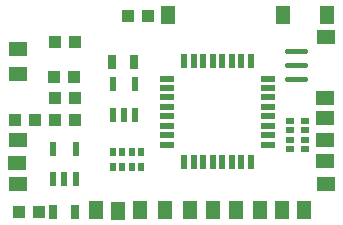
<source format=gtp>
G75*
%MOIN*%
%OFA0B0*%
%FSLAX25Y25*%
%IPPOS*%
%LPD*%
%AMOC8*
5,1,8,0,0,1.08239X$1,22.5*
%
%ADD10R,0.04331X0.03937*%
%ADD11R,0.06000X0.05000*%
%ADD12R,0.05000X0.06000*%
%ADD13R,0.03150X0.04724*%
%ADD14R,0.02559X0.01969*%
%ADD15R,0.01969X0.02559*%
%ADD16R,0.02165X0.04724*%
%ADD17R,0.05000X0.02200*%
%ADD18R,0.02200X0.05000*%
%ADD19C,0.01772*%
D10*
X0006487Y0008415D03*
X0013180Y0008415D03*
X0012000Y0039128D03*
X0018492Y0038927D03*
X0025185Y0038927D03*
X0025194Y0046298D03*
X0018501Y0046298D03*
X0018246Y0053419D03*
X0024939Y0053419D03*
X0025137Y0064831D03*
X0018444Y0064831D03*
X0042938Y0073725D03*
X0049631Y0073725D03*
X0005307Y0039128D03*
D11*
X0006190Y0032313D03*
X0005978Y0024470D03*
X0006190Y0017483D03*
X0006390Y0054431D03*
X0006390Y0062631D03*
X0108826Y0066699D03*
X0108646Y0046325D03*
X0108646Y0039702D03*
X0108646Y0032467D03*
X0108610Y0025139D03*
X0108907Y0017648D03*
D12*
X0101577Y0008922D03*
X0094361Y0008918D03*
X0086797Y0009033D03*
X0078775Y0009001D03*
X0071092Y0008837D03*
X0063451Y0009027D03*
X0055370Y0009027D03*
X0047039Y0008922D03*
X0039611Y0008754D03*
X0032269Y0008859D03*
X0056250Y0073972D03*
X0094677Y0073998D03*
X0109217Y0074112D03*
D13*
X0044779Y0058138D03*
X0037693Y0058138D03*
X0025140Y0008394D03*
X0018054Y0008394D03*
D14*
X0096893Y0029206D03*
X0096893Y0032356D03*
X0096893Y0035505D03*
X0096893Y0038655D03*
X0101815Y0038655D03*
X0101815Y0035505D03*
X0101815Y0032356D03*
X0101815Y0029206D03*
D15*
X0047299Y0028306D03*
X0044149Y0028306D03*
X0040999Y0028306D03*
X0037850Y0028306D03*
X0037850Y0023385D03*
X0040999Y0023385D03*
X0044149Y0023385D03*
X0047299Y0023385D03*
D16*
X0045359Y0040794D03*
X0041618Y0040794D03*
X0037878Y0040794D03*
X0037878Y0051031D03*
X0045359Y0051031D03*
X0025434Y0029420D03*
X0017954Y0029420D03*
X0017954Y0019183D03*
X0021694Y0019183D03*
X0025434Y0019183D03*
D17*
X0055849Y0030730D03*
X0055849Y0033880D03*
X0055849Y0037029D03*
X0055849Y0040179D03*
X0055849Y0043329D03*
X0055849Y0046478D03*
X0055849Y0049628D03*
X0055849Y0052777D03*
X0089649Y0052777D03*
X0089649Y0049628D03*
X0089649Y0046478D03*
X0089649Y0043329D03*
X0089649Y0040179D03*
X0089649Y0037029D03*
X0089649Y0033880D03*
X0089649Y0030730D03*
D18*
X0083772Y0024854D03*
X0080623Y0024854D03*
X0077473Y0024854D03*
X0074323Y0024854D03*
X0071174Y0024854D03*
X0068024Y0024854D03*
X0064875Y0024854D03*
X0061725Y0024854D03*
X0061725Y0058654D03*
X0064875Y0058654D03*
X0068024Y0058654D03*
X0071174Y0058654D03*
X0074323Y0058654D03*
X0077473Y0058654D03*
X0080623Y0058654D03*
X0083772Y0058654D03*
D19*
X0096029Y0057271D02*
X0101757Y0057271D01*
X0101757Y0052547D02*
X0096029Y0052547D01*
X0096029Y0061995D02*
X0101757Y0061995D01*
M02*

</source>
